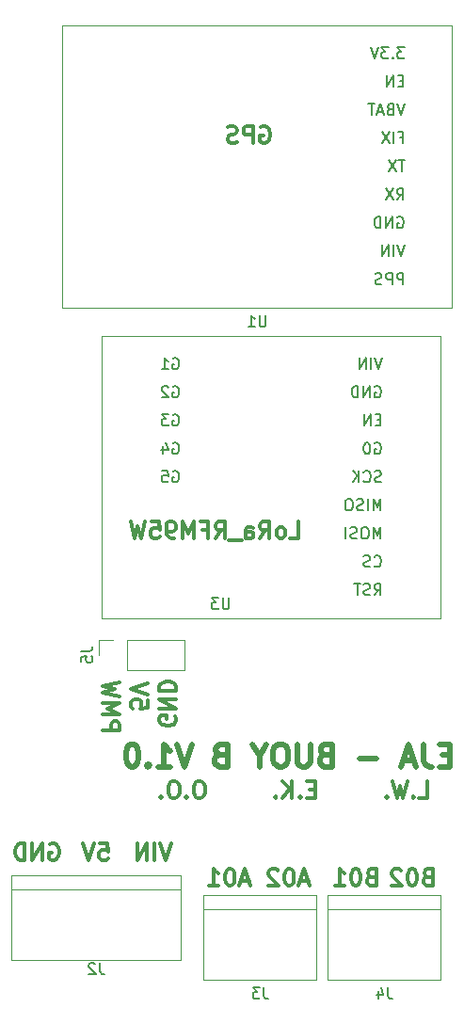
<source format=gbo>
G04 #@! TF.GenerationSoftware,KiCad,Pcbnew,5.1.6-c6e7f7d~87~ubuntu20.04.1*
G04 #@! TF.CreationDate,2020-08-06T14:23:34-04:00*
G04 #@! TF.ProjectId,Buoy_WithoutGSM,42756f79-5f57-4697-9468-6f757447534d,Leonardo Ward*
G04 #@! TF.SameCoordinates,Original*
G04 #@! TF.FileFunction,Legend,Bot*
G04 #@! TF.FilePolarity,Positive*
%FSLAX46Y46*%
G04 Gerber Fmt 4.6, Leading zero omitted, Abs format (unit mm)*
G04 Created by KiCad (PCBNEW 5.1.6-c6e7f7d~87~ubuntu20.04.1) date 2020-08-06 14:23:34*
%MOMM*%
%LPD*%
G01*
G04 APERTURE LIST*
%ADD10C,0.300000*%
%ADD11C,0.500000*%
%ADD12C,0.120000*%
%ADD13C,0.150000*%
G04 APERTURE END LIST*
D10*
X173302000Y-132250571D02*
X174016285Y-132250571D01*
X174016285Y-130750571D01*
X172802000Y-132107714D02*
X172730571Y-132179142D01*
X172802000Y-132250571D01*
X172873428Y-132179142D01*
X172802000Y-132107714D01*
X172802000Y-132250571D01*
X172230571Y-130750571D02*
X171873428Y-132250571D01*
X171587714Y-131179142D01*
X171302000Y-132250571D01*
X170944857Y-130750571D01*
X170373428Y-132107714D02*
X170302000Y-132179142D01*
X170373428Y-132250571D01*
X170444857Y-132179142D01*
X170373428Y-132107714D01*
X170373428Y-132250571D01*
X163944857Y-131464857D02*
X163444857Y-131464857D01*
X163230571Y-132250571D02*
X163944857Y-132250571D01*
X163944857Y-130750571D01*
X163230571Y-130750571D01*
X162587714Y-132107714D02*
X162516285Y-132179142D01*
X162587714Y-132250571D01*
X162659142Y-132179142D01*
X162587714Y-132107714D01*
X162587714Y-132250571D01*
X161873428Y-132250571D02*
X161873428Y-130750571D01*
X161016285Y-132250571D02*
X161659142Y-131393428D01*
X161016285Y-130750571D02*
X161873428Y-131607714D01*
X160373428Y-132107714D02*
X160302000Y-132179142D01*
X160373428Y-132250571D01*
X160444857Y-132179142D01*
X160373428Y-132107714D01*
X160373428Y-132250571D01*
X153659142Y-130750571D02*
X153373428Y-130750571D01*
X153230571Y-130822000D01*
X153087714Y-130964857D01*
X153016285Y-131250571D01*
X153016285Y-131750571D01*
X153087714Y-132036285D01*
X153230571Y-132179142D01*
X153373428Y-132250571D01*
X153659142Y-132250571D01*
X153802000Y-132179142D01*
X153944857Y-132036285D01*
X154016285Y-131750571D01*
X154016285Y-131250571D01*
X153944857Y-130964857D01*
X153802000Y-130822000D01*
X153659142Y-130750571D01*
X152373428Y-132107714D02*
X152302000Y-132179142D01*
X152373428Y-132250571D01*
X152444857Y-132179142D01*
X152373428Y-132107714D01*
X152373428Y-132250571D01*
X151373428Y-130750571D02*
X151087714Y-130750571D01*
X150944857Y-130822000D01*
X150802000Y-130964857D01*
X150730571Y-131250571D01*
X150730571Y-131750571D01*
X150802000Y-132036285D01*
X150944857Y-132179142D01*
X151087714Y-132250571D01*
X151373428Y-132250571D01*
X151516285Y-132179142D01*
X151659142Y-132036285D01*
X151730571Y-131750571D01*
X151730571Y-131250571D01*
X151659142Y-130964857D01*
X151516285Y-130822000D01*
X151373428Y-130750571D01*
X150087714Y-132107714D02*
X150016285Y-132179142D01*
X150087714Y-132250571D01*
X150159142Y-132179142D01*
X150087714Y-132107714D01*
X150087714Y-132250571D01*
D11*
X176067809Y-128381142D02*
X175401142Y-128381142D01*
X175115428Y-129428761D02*
X176067809Y-129428761D01*
X176067809Y-127428761D01*
X175115428Y-127428761D01*
X173686857Y-127428761D02*
X173686857Y-128857333D01*
X173782095Y-129143047D01*
X173972571Y-129333523D01*
X174258285Y-129428761D01*
X174448761Y-129428761D01*
X172829714Y-128857333D02*
X171877333Y-128857333D01*
X173020190Y-129428761D02*
X172353523Y-127428761D01*
X171686857Y-129428761D01*
X169496380Y-128666857D02*
X167972571Y-128666857D01*
X164829714Y-128381142D02*
X164544000Y-128476380D01*
X164448761Y-128571619D01*
X164353523Y-128762095D01*
X164353523Y-129047809D01*
X164448761Y-129238285D01*
X164544000Y-129333523D01*
X164734476Y-129428761D01*
X165496380Y-129428761D01*
X165496380Y-127428761D01*
X164829714Y-127428761D01*
X164639238Y-127524000D01*
X164544000Y-127619238D01*
X164448761Y-127809714D01*
X164448761Y-128000190D01*
X164544000Y-128190666D01*
X164639238Y-128285904D01*
X164829714Y-128381142D01*
X165496380Y-128381142D01*
X163496380Y-127428761D02*
X163496380Y-129047809D01*
X163401142Y-129238285D01*
X163305904Y-129333523D01*
X163115428Y-129428761D01*
X162734476Y-129428761D01*
X162544000Y-129333523D01*
X162448761Y-129238285D01*
X162353523Y-129047809D01*
X162353523Y-127428761D01*
X161020190Y-127428761D02*
X160639238Y-127428761D01*
X160448761Y-127524000D01*
X160258285Y-127714476D01*
X160163047Y-128095428D01*
X160163047Y-128762095D01*
X160258285Y-129143047D01*
X160448761Y-129333523D01*
X160639238Y-129428761D01*
X161020190Y-129428761D01*
X161210666Y-129333523D01*
X161401142Y-129143047D01*
X161496380Y-128762095D01*
X161496380Y-128095428D01*
X161401142Y-127714476D01*
X161210666Y-127524000D01*
X161020190Y-127428761D01*
X158924952Y-128476380D02*
X158924952Y-129428761D01*
X159591619Y-127428761D02*
X158924952Y-128476380D01*
X158258285Y-127428761D01*
X155401142Y-128381142D02*
X155115428Y-128476380D01*
X155020190Y-128571619D01*
X154924952Y-128762095D01*
X154924952Y-129047809D01*
X155020190Y-129238285D01*
X155115428Y-129333523D01*
X155305904Y-129428761D01*
X156067809Y-129428761D01*
X156067809Y-127428761D01*
X155401142Y-127428761D01*
X155210666Y-127524000D01*
X155115428Y-127619238D01*
X155020190Y-127809714D01*
X155020190Y-128000190D01*
X155115428Y-128190666D01*
X155210666Y-128285904D01*
X155401142Y-128381142D01*
X156067809Y-128381142D01*
X152829714Y-127428761D02*
X152163047Y-129428761D01*
X151496380Y-127428761D01*
X149782095Y-129428761D02*
X150924952Y-129428761D01*
X150353523Y-129428761D02*
X150353523Y-127428761D01*
X150544000Y-127714476D01*
X150734476Y-127904952D01*
X150924952Y-128000190D01*
X148924952Y-129238285D02*
X148829714Y-129333523D01*
X148924952Y-129428761D01*
X149020190Y-129333523D01*
X148924952Y-129238285D01*
X148924952Y-129428761D01*
X147591619Y-127428761D02*
X147401142Y-127428761D01*
X147210666Y-127524000D01*
X147115428Y-127619238D01*
X147020190Y-127809714D01*
X146924952Y-128190666D01*
X146924952Y-128666857D01*
X147020190Y-129047809D01*
X147115428Y-129238285D01*
X147210666Y-129333523D01*
X147401142Y-129428761D01*
X147591619Y-129428761D01*
X147782095Y-129333523D01*
X147877333Y-129238285D01*
X147972571Y-129047809D01*
X148067809Y-128666857D01*
X148067809Y-128190666D01*
X147972571Y-127809714D01*
X147877333Y-127619238D01*
X147782095Y-127524000D01*
X147591619Y-127428761D01*
D10*
X150994857Y-136338571D02*
X150494857Y-137838571D01*
X149994857Y-136338571D01*
X149494857Y-137838571D02*
X149494857Y-136338571D01*
X148780571Y-137838571D02*
X148780571Y-136338571D01*
X147923428Y-137838571D01*
X147923428Y-136338571D01*
X144557714Y-136338571D02*
X145272000Y-136338571D01*
X145343428Y-137052857D01*
X145272000Y-136981428D01*
X145129142Y-136910000D01*
X144772000Y-136910000D01*
X144629142Y-136981428D01*
X144557714Y-137052857D01*
X144486285Y-137195714D01*
X144486285Y-137552857D01*
X144557714Y-137695714D01*
X144629142Y-137767142D01*
X144772000Y-137838571D01*
X145129142Y-137838571D01*
X145272000Y-137767142D01*
X145343428Y-137695714D01*
X144057714Y-136338571D02*
X143557714Y-137838571D01*
X143057714Y-136338571D01*
X140080857Y-136410000D02*
X140223714Y-136338571D01*
X140438000Y-136338571D01*
X140652285Y-136410000D01*
X140795142Y-136552857D01*
X140866571Y-136695714D01*
X140938000Y-136981428D01*
X140938000Y-137195714D01*
X140866571Y-137481428D01*
X140795142Y-137624285D01*
X140652285Y-137767142D01*
X140438000Y-137838571D01*
X140295142Y-137838571D01*
X140080857Y-137767142D01*
X140009428Y-137695714D01*
X140009428Y-137195714D01*
X140295142Y-137195714D01*
X139366571Y-137838571D02*
X139366571Y-136338571D01*
X138509428Y-137838571D01*
X138509428Y-136338571D01*
X137795142Y-137838571D02*
X137795142Y-136338571D01*
X137438000Y-136338571D01*
X137223714Y-136410000D01*
X137080857Y-136552857D01*
X137009428Y-136695714D01*
X136938000Y-136981428D01*
X136938000Y-137195714D01*
X137009428Y-137481428D01*
X137080857Y-137624285D01*
X137223714Y-137767142D01*
X137438000Y-137838571D01*
X137795142Y-137838571D01*
X174041428Y-139338857D02*
X173827142Y-139410285D01*
X173755714Y-139481714D01*
X173684285Y-139624571D01*
X173684285Y-139838857D01*
X173755714Y-139981714D01*
X173827142Y-140053142D01*
X173970000Y-140124571D01*
X174541428Y-140124571D01*
X174541428Y-138624571D01*
X174041428Y-138624571D01*
X173898571Y-138696000D01*
X173827142Y-138767428D01*
X173755714Y-138910285D01*
X173755714Y-139053142D01*
X173827142Y-139196000D01*
X173898571Y-139267428D01*
X174041428Y-139338857D01*
X174541428Y-139338857D01*
X172755714Y-138624571D02*
X172612857Y-138624571D01*
X172470000Y-138696000D01*
X172398571Y-138767428D01*
X172327142Y-138910285D01*
X172255714Y-139196000D01*
X172255714Y-139553142D01*
X172327142Y-139838857D01*
X172398571Y-139981714D01*
X172470000Y-140053142D01*
X172612857Y-140124571D01*
X172755714Y-140124571D01*
X172898571Y-140053142D01*
X172970000Y-139981714D01*
X173041428Y-139838857D01*
X173112857Y-139553142D01*
X173112857Y-139196000D01*
X173041428Y-138910285D01*
X172970000Y-138767428D01*
X172898571Y-138696000D01*
X172755714Y-138624571D01*
X171684285Y-138767428D02*
X171612857Y-138696000D01*
X171470000Y-138624571D01*
X171112857Y-138624571D01*
X170970000Y-138696000D01*
X170898571Y-138767428D01*
X170827142Y-138910285D01*
X170827142Y-139053142D01*
X170898571Y-139267428D01*
X171755714Y-140124571D01*
X170827142Y-140124571D01*
X168961428Y-139338857D02*
X168747142Y-139410285D01*
X168675714Y-139481714D01*
X168604285Y-139624571D01*
X168604285Y-139838857D01*
X168675714Y-139981714D01*
X168747142Y-140053142D01*
X168890000Y-140124571D01*
X169461428Y-140124571D01*
X169461428Y-138624571D01*
X168961428Y-138624571D01*
X168818571Y-138696000D01*
X168747142Y-138767428D01*
X168675714Y-138910285D01*
X168675714Y-139053142D01*
X168747142Y-139196000D01*
X168818571Y-139267428D01*
X168961428Y-139338857D01*
X169461428Y-139338857D01*
X167675714Y-138624571D02*
X167532857Y-138624571D01*
X167390000Y-138696000D01*
X167318571Y-138767428D01*
X167247142Y-138910285D01*
X167175714Y-139196000D01*
X167175714Y-139553142D01*
X167247142Y-139838857D01*
X167318571Y-139981714D01*
X167390000Y-140053142D01*
X167532857Y-140124571D01*
X167675714Y-140124571D01*
X167818571Y-140053142D01*
X167890000Y-139981714D01*
X167961428Y-139838857D01*
X168032857Y-139553142D01*
X168032857Y-139196000D01*
X167961428Y-138910285D01*
X167890000Y-138767428D01*
X167818571Y-138696000D01*
X167675714Y-138624571D01*
X165747142Y-140124571D02*
X166604285Y-140124571D01*
X166175714Y-140124571D02*
X166175714Y-138624571D01*
X166318571Y-138838857D01*
X166461428Y-138981714D01*
X166604285Y-139053142D01*
X163329714Y-139696000D02*
X162615428Y-139696000D01*
X163472571Y-140124571D02*
X162972571Y-138624571D01*
X162472571Y-140124571D01*
X161686857Y-138624571D02*
X161544000Y-138624571D01*
X161401142Y-138696000D01*
X161329714Y-138767428D01*
X161258285Y-138910285D01*
X161186857Y-139196000D01*
X161186857Y-139553142D01*
X161258285Y-139838857D01*
X161329714Y-139981714D01*
X161401142Y-140053142D01*
X161544000Y-140124571D01*
X161686857Y-140124571D01*
X161829714Y-140053142D01*
X161901142Y-139981714D01*
X161972571Y-139838857D01*
X162044000Y-139553142D01*
X162044000Y-139196000D01*
X161972571Y-138910285D01*
X161901142Y-138767428D01*
X161829714Y-138696000D01*
X161686857Y-138624571D01*
X160615428Y-138767428D02*
X160544000Y-138696000D01*
X160401142Y-138624571D01*
X160044000Y-138624571D01*
X159901142Y-138696000D01*
X159829714Y-138767428D01*
X159758285Y-138910285D01*
X159758285Y-139053142D01*
X159829714Y-139267428D01*
X160686857Y-140124571D01*
X159758285Y-140124571D01*
X157995714Y-139696000D02*
X157281428Y-139696000D01*
X158138571Y-140124571D02*
X157638571Y-138624571D01*
X157138571Y-140124571D01*
X156352857Y-138624571D02*
X156210000Y-138624571D01*
X156067142Y-138696000D01*
X155995714Y-138767428D01*
X155924285Y-138910285D01*
X155852857Y-139196000D01*
X155852857Y-139553142D01*
X155924285Y-139838857D01*
X155995714Y-139981714D01*
X156067142Y-140053142D01*
X156210000Y-140124571D01*
X156352857Y-140124571D01*
X156495714Y-140053142D01*
X156567142Y-139981714D01*
X156638571Y-139838857D01*
X156710000Y-139553142D01*
X156710000Y-139196000D01*
X156638571Y-138910285D01*
X156567142Y-138767428D01*
X156495714Y-138696000D01*
X156352857Y-138624571D01*
X154424285Y-140124571D02*
X155281428Y-140124571D01*
X154852857Y-140124571D02*
X154852857Y-138624571D01*
X154995714Y-138838857D01*
X155138571Y-138981714D01*
X155281428Y-139053142D01*
X151372000Y-124900142D02*
X151443428Y-125043000D01*
X151443428Y-125257285D01*
X151372000Y-125471571D01*
X151229142Y-125614428D01*
X151086285Y-125685857D01*
X150800571Y-125757285D01*
X150586285Y-125757285D01*
X150300571Y-125685857D01*
X150157714Y-125614428D01*
X150014857Y-125471571D01*
X149943428Y-125257285D01*
X149943428Y-125114428D01*
X150014857Y-124900142D01*
X150086285Y-124828714D01*
X150586285Y-124828714D01*
X150586285Y-125114428D01*
X149943428Y-124185857D02*
X151443428Y-124185857D01*
X149943428Y-123328714D01*
X151443428Y-123328714D01*
X149943428Y-122614428D02*
X151443428Y-122614428D01*
X151443428Y-122257285D01*
X151372000Y-122043000D01*
X151229142Y-121900142D01*
X151086285Y-121828714D01*
X150800571Y-121757285D01*
X150586285Y-121757285D01*
X150300571Y-121828714D01*
X150157714Y-121900142D01*
X150014857Y-122043000D01*
X149943428Y-122257285D01*
X149943428Y-122614428D01*
X148903428Y-123447571D02*
X148903428Y-124161857D01*
X148189142Y-124233285D01*
X148260571Y-124161857D01*
X148332000Y-124019000D01*
X148332000Y-123661857D01*
X148260571Y-123519000D01*
X148189142Y-123447571D01*
X148046285Y-123376142D01*
X147689142Y-123376142D01*
X147546285Y-123447571D01*
X147474857Y-123519000D01*
X147403428Y-123661857D01*
X147403428Y-124019000D01*
X147474857Y-124161857D01*
X147546285Y-124233285D01*
X148903428Y-122947571D02*
X147403428Y-122447571D01*
X148903428Y-121947571D01*
X144863428Y-126193857D02*
X146363428Y-126193857D01*
X146363428Y-125622428D01*
X146292000Y-125479571D01*
X146220571Y-125408142D01*
X146077714Y-125336714D01*
X145863428Y-125336714D01*
X145720571Y-125408142D01*
X145649142Y-125479571D01*
X145577714Y-125622428D01*
X145577714Y-126193857D01*
X144863428Y-124693857D02*
X146363428Y-124693857D01*
X145292000Y-124193857D01*
X146363428Y-123693857D01*
X144863428Y-123693857D01*
X146363428Y-123122428D02*
X144863428Y-122765285D01*
X145934857Y-122479571D01*
X144863428Y-122193857D01*
X146363428Y-121836714D01*
X159059428Y-71894000D02*
X159202285Y-71822571D01*
X159416571Y-71822571D01*
X159630857Y-71894000D01*
X159773714Y-72036857D01*
X159845142Y-72179714D01*
X159916571Y-72465428D01*
X159916571Y-72679714D01*
X159845142Y-72965428D01*
X159773714Y-73108285D01*
X159630857Y-73251142D01*
X159416571Y-73322571D01*
X159273714Y-73322571D01*
X159059428Y-73251142D01*
X158988000Y-73179714D01*
X158988000Y-72679714D01*
X159273714Y-72679714D01*
X158345142Y-73322571D02*
X158345142Y-71822571D01*
X157773714Y-71822571D01*
X157630857Y-71894000D01*
X157559428Y-71965428D01*
X157488000Y-72108285D01*
X157488000Y-72322571D01*
X157559428Y-72465428D01*
X157630857Y-72536857D01*
X157773714Y-72608285D01*
X158345142Y-72608285D01*
X156916571Y-73251142D02*
X156702285Y-73322571D01*
X156345142Y-73322571D01*
X156202285Y-73251142D01*
X156130857Y-73179714D01*
X156059428Y-73036857D01*
X156059428Y-72894000D01*
X156130857Y-72751142D01*
X156202285Y-72679714D01*
X156345142Y-72608285D01*
X156630857Y-72536857D01*
X156773714Y-72465428D01*
X156845142Y-72394000D01*
X156916571Y-72251142D01*
X156916571Y-72108285D01*
X156845142Y-71965428D01*
X156773714Y-71894000D01*
X156630857Y-71822571D01*
X156273714Y-71822571D01*
X156059428Y-71894000D01*
X161690000Y-108882571D02*
X162404285Y-108882571D01*
X162404285Y-107382571D01*
X160975714Y-108882571D02*
X161118571Y-108811142D01*
X161190000Y-108739714D01*
X161261428Y-108596857D01*
X161261428Y-108168285D01*
X161190000Y-108025428D01*
X161118571Y-107954000D01*
X160975714Y-107882571D01*
X160761428Y-107882571D01*
X160618571Y-107954000D01*
X160547142Y-108025428D01*
X160475714Y-108168285D01*
X160475714Y-108596857D01*
X160547142Y-108739714D01*
X160618571Y-108811142D01*
X160761428Y-108882571D01*
X160975714Y-108882571D01*
X158975714Y-108882571D02*
X159475714Y-108168285D01*
X159832857Y-108882571D02*
X159832857Y-107382571D01*
X159261428Y-107382571D01*
X159118571Y-107454000D01*
X159047142Y-107525428D01*
X158975714Y-107668285D01*
X158975714Y-107882571D01*
X159047142Y-108025428D01*
X159118571Y-108096857D01*
X159261428Y-108168285D01*
X159832857Y-108168285D01*
X157690000Y-108882571D02*
X157690000Y-108096857D01*
X157761428Y-107954000D01*
X157904285Y-107882571D01*
X158190000Y-107882571D01*
X158332857Y-107954000D01*
X157690000Y-108811142D02*
X157832857Y-108882571D01*
X158190000Y-108882571D01*
X158332857Y-108811142D01*
X158404285Y-108668285D01*
X158404285Y-108525428D01*
X158332857Y-108382571D01*
X158190000Y-108311142D01*
X157832857Y-108311142D01*
X157690000Y-108239714D01*
X157332857Y-109025428D02*
X156190000Y-109025428D01*
X154975714Y-108882571D02*
X155475714Y-108168285D01*
X155832857Y-108882571D02*
X155832857Y-107382571D01*
X155261428Y-107382571D01*
X155118571Y-107454000D01*
X155047142Y-107525428D01*
X154975714Y-107668285D01*
X154975714Y-107882571D01*
X155047142Y-108025428D01*
X155118571Y-108096857D01*
X155261428Y-108168285D01*
X155832857Y-108168285D01*
X153832857Y-108096857D02*
X154332857Y-108096857D01*
X154332857Y-108882571D02*
X154332857Y-107382571D01*
X153618571Y-107382571D01*
X153047142Y-108882571D02*
X153047142Y-107382571D01*
X152547142Y-108454000D01*
X152047142Y-107382571D01*
X152047142Y-108882571D01*
X151261428Y-108882571D02*
X150975714Y-108882571D01*
X150832857Y-108811142D01*
X150761428Y-108739714D01*
X150618571Y-108525428D01*
X150547142Y-108239714D01*
X150547142Y-107668285D01*
X150618571Y-107525428D01*
X150690000Y-107454000D01*
X150832857Y-107382571D01*
X151118571Y-107382571D01*
X151261428Y-107454000D01*
X151332857Y-107525428D01*
X151404285Y-107668285D01*
X151404285Y-108025428D01*
X151332857Y-108168285D01*
X151261428Y-108239714D01*
X151118571Y-108311142D01*
X150832857Y-108311142D01*
X150690000Y-108239714D01*
X150618571Y-108168285D01*
X150547142Y-108025428D01*
X149190000Y-107382571D02*
X149904285Y-107382571D01*
X149975714Y-108096857D01*
X149904285Y-108025428D01*
X149761428Y-107954000D01*
X149404285Y-107954000D01*
X149261428Y-108025428D01*
X149190000Y-108096857D01*
X149118571Y-108239714D01*
X149118571Y-108596857D01*
X149190000Y-108739714D01*
X149261428Y-108811142D01*
X149404285Y-108882571D01*
X149761428Y-108882571D01*
X149904285Y-108811142D01*
X149975714Y-108739714D01*
X148618571Y-107382571D02*
X148261428Y-108882571D01*
X147975714Y-107811142D01*
X147690000Y-108882571D01*
X147332857Y-107382571D01*
D12*
X176276000Y-62738000D02*
X141224000Y-62738000D01*
X176276000Y-88138000D02*
X176276000Y-62738000D01*
X141224000Y-88138000D02*
X176276000Y-88138000D01*
X141224000Y-62738000D02*
X141224000Y-88138000D01*
X175260000Y-90678000D02*
X175260000Y-116078000D01*
X175260000Y-116078000D02*
X144780000Y-116078000D01*
X144780000Y-116078000D02*
X144780000Y-90678000D01*
X144780000Y-90678000D02*
X175260000Y-90678000D01*
X136652000Y-139192000D02*
X151892000Y-139192000D01*
X136652000Y-146812000D02*
X151892000Y-146812000D01*
X136652000Y-140462000D02*
X151892000Y-140462000D01*
X151892000Y-139192000D02*
X151892000Y-146812000D01*
X136652000Y-139192000D02*
X136652000Y-146812000D01*
X153924000Y-140970000D02*
X164084000Y-140970000D01*
X153924000Y-148590000D02*
X153924000Y-140970000D01*
X164084000Y-148590000D02*
X153924000Y-148590000D01*
X164084000Y-140970000D02*
X164084000Y-148590000D01*
X164084000Y-142240000D02*
X153924000Y-142240000D01*
X165100000Y-140970000D02*
X175260000Y-140970000D01*
X165100000Y-148590000D02*
X165100000Y-140970000D01*
X175260000Y-148590000D02*
X165100000Y-148590000D01*
X175260000Y-140970000D02*
X175260000Y-148590000D01*
X175260000Y-142240000D02*
X165100000Y-142240000D01*
X144466000Y-118050000D02*
X144466000Y-119380000D01*
X145796000Y-118050000D02*
X144466000Y-118050000D01*
X147066000Y-118050000D02*
X147066000Y-120710000D01*
X147066000Y-120710000D02*
X152206000Y-120710000D01*
X147066000Y-118050000D02*
X152206000Y-118050000D01*
X152206000Y-118050000D02*
X152206000Y-120710000D01*
D13*
X159511904Y-88860380D02*
X159511904Y-89669904D01*
X159464285Y-89765142D01*
X159416666Y-89812761D01*
X159321428Y-89860380D01*
X159130952Y-89860380D01*
X159035714Y-89812761D01*
X158988095Y-89765142D01*
X158940476Y-89669904D01*
X158940476Y-88860380D01*
X157940476Y-89860380D02*
X158511904Y-89860380D01*
X158226190Y-89860380D02*
X158226190Y-88860380D01*
X158321428Y-89003238D01*
X158416666Y-89098476D01*
X158511904Y-89146095D01*
X171876404Y-86050380D02*
X171876404Y-85050380D01*
X171495452Y-85050380D01*
X171400214Y-85098000D01*
X171352595Y-85145619D01*
X171304976Y-85240857D01*
X171304976Y-85383714D01*
X171352595Y-85478952D01*
X171400214Y-85526571D01*
X171495452Y-85574190D01*
X171876404Y-85574190D01*
X170876404Y-86050380D02*
X170876404Y-85050380D01*
X170495452Y-85050380D01*
X170400214Y-85098000D01*
X170352595Y-85145619D01*
X170304976Y-85240857D01*
X170304976Y-85383714D01*
X170352595Y-85478952D01*
X170400214Y-85526571D01*
X170495452Y-85574190D01*
X170876404Y-85574190D01*
X169924023Y-86002761D02*
X169781166Y-86050380D01*
X169543071Y-86050380D01*
X169447833Y-86002761D01*
X169400214Y-85955142D01*
X169352595Y-85859904D01*
X169352595Y-85764666D01*
X169400214Y-85669428D01*
X169447833Y-85621809D01*
X169543071Y-85574190D01*
X169733547Y-85526571D01*
X169828785Y-85478952D01*
X169876404Y-85431333D01*
X169924023Y-85336095D01*
X169924023Y-85240857D01*
X169876404Y-85145619D01*
X169828785Y-85098000D01*
X169733547Y-85050380D01*
X169495452Y-85050380D01*
X169352595Y-85098000D01*
X172019261Y-82510380D02*
X171685928Y-83510380D01*
X171352595Y-82510380D01*
X171019261Y-83510380D02*
X171019261Y-82510380D01*
X170543071Y-83510380D02*
X170543071Y-82510380D01*
X169971642Y-83510380D01*
X169971642Y-82510380D01*
X171352595Y-80018000D02*
X171447833Y-79970380D01*
X171590690Y-79970380D01*
X171733547Y-80018000D01*
X171828785Y-80113238D01*
X171876404Y-80208476D01*
X171924023Y-80398952D01*
X171924023Y-80541809D01*
X171876404Y-80732285D01*
X171828785Y-80827523D01*
X171733547Y-80922761D01*
X171590690Y-80970380D01*
X171495452Y-80970380D01*
X171352595Y-80922761D01*
X171304976Y-80875142D01*
X171304976Y-80541809D01*
X171495452Y-80541809D01*
X170876404Y-80970380D02*
X170876404Y-79970380D01*
X170304976Y-80970380D01*
X170304976Y-79970380D01*
X169828785Y-80970380D02*
X169828785Y-79970380D01*
X169590690Y-79970380D01*
X169447833Y-80018000D01*
X169352595Y-80113238D01*
X169304976Y-80208476D01*
X169257357Y-80398952D01*
X169257357Y-80541809D01*
X169304976Y-80732285D01*
X169352595Y-80827523D01*
X169447833Y-80922761D01*
X169590690Y-80970380D01*
X169828785Y-80970380D01*
X171304976Y-78430380D02*
X171638309Y-77954190D01*
X171876404Y-78430380D02*
X171876404Y-77430380D01*
X171495452Y-77430380D01*
X171400214Y-77478000D01*
X171352595Y-77525619D01*
X171304976Y-77620857D01*
X171304976Y-77763714D01*
X171352595Y-77858952D01*
X171400214Y-77906571D01*
X171495452Y-77954190D01*
X171876404Y-77954190D01*
X170971642Y-77430380D02*
X170304976Y-78430380D01*
X170304976Y-77430380D02*
X170971642Y-78430380D01*
X172019261Y-74890380D02*
X171447833Y-74890380D01*
X171733547Y-75890380D02*
X171733547Y-74890380D01*
X171209738Y-74890380D02*
X170543071Y-75890380D01*
X170543071Y-74890380D02*
X171209738Y-75890380D01*
X171543071Y-72826571D02*
X171876404Y-72826571D01*
X171876404Y-73350380D02*
X171876404Y-72350380D01*
X171400214Y-72350380D01*
X171019261Y-73350380D02*
X171019261Y-72350380D01*
X170638309Y-72350380D02*
X169971642Y-73350380D01*
X169971642Y-72350380D02*
X170638309Y-73350380D01*
X172019261Y-69810380D02*
X171685928Y-70810380D01*
X171352595Y-69810380D01*
X170685928Y-70286571D02*
X170543071Y-70334190D01*
X170495452Y-70381809D01*
X170447833Y-70477047D01*
X170447833Y-70619904D01*
X170495452Y-70715142D01*
X170543071Y-70762761D01*
X170638309Y-70810380D01*
X171019261Y-70810380D01*
X171019261Y-69810380D01*
X170685928Y-69810380D01*
X170590690Y-69858000D01*
X170543071Y-69905619D01*
X170495452Y-70000857D01*
X170495452Y-70096095D01*
X170543071Y-70191333D01*
X170590690Y-70238952D01*
X170685928Y-70286571D01*
X171019261Y-70286571D01*
X170066880Y-70524666D02*
X169590690Y-70524666D01*
X170162119Y-70810380D02*
X169828785Y-69810380D01*
X169495452Y-70810380D01*
X169304976Y-69810380D02*
X168733547Y-69810380D01*
X169019261Y-70810380D02*
X169019261Y-69810380D01*
X171876404Y-67746571D02*
X171543071Y-67746571D01*
X171400214Y-68270380D02*
X171876404Y-68270380D01*
X171876404Y-67270380D01*
X171400214Y-67270380D01*
X170971642Y-68270380D02*
X170971642Y-67270380D01*
X170400214Y-68270380D01*
X170400214Y-67270380D01*
X171971642Y-64730380D02*
X171352595Y-64730380D01*
X171685928Y-65111333D01*
X171543071Y-65111333D01*
X171447833Y-65158952D01*
X171400214Y-65206571D01*
X171352595Y-65301809D01*
X171352595Y-65539904D01*
X171400214Y-65635142D01*
X171447833Y-65682761D01*
X171543071Y-65730380D01*
X171828785Y-65730380D01*
X171924023Y-65682761D01*
X171971642Y-65635142D01*
X170924023Y-65635142D02*
X170876404Y-65682761D01*
X170924023Y-65730380D01*
X170971642Y-65682761D01*
X170924023Y-65635142D01*
X170924023Y-65730380D01*
X170543071Y-64730380D02*
X169924023Y-64730380D01*
X170257357Y-65111333D01*
X170114500Y-65111333D01*
X170019261Y-65158952D01*
X169971642Y-65206571D01*
X169924023Y-65301809D01*
X169924023Y-65539904D01*
X169971642Y-65635142D01*
X170019261Y-65682761D01*
X170114500Y-65730380D01*
X170400214Y-65730380D01*
X170495452Y-65682761D01*
X170543071Y-65635142D01*
X169638309Y-64730380D02*
X169304976Y-65730380D01*
X168971642Y-64730380D01*
X156209904Y-114260380D02*
X156209904Y-115069904D01*
X156162285Y-115165142D01*
X156114666Y-115212761D01*
X156019428Y-115260380D01*
X155828952Y-115260380D01*
X155733714Y-115212761D01*
X155686095Y-115165142D01*
X155638476Y-115069904D01*
X155638476Y-114260380D01*
X155257523Y-114260380D02*
X154638476Y-114260380D01*
X154971809Y-114641333D01*
X154828952Y-114641333D01*
X154733714Y-114688952D01*
X154686095Y-114736571D01*
X154638476Y-114831809D01*
X154638476Y-115069904D01*
X154686095Y-115165142D01*
X154733714Y-115212761D01*
X154828952Y-115260380D01*
X155114666Y-115260380D01*
X155209904Y-115212761D01*
X155257523Y-115165142D01*
X169987261Y-92670380D02*
X169653928Y-93670380D01*
X169320595Y-92670380D01*
X168987261Y-93670380D02*
X168987261Y-92670380D01*
X168511071Y-93670380D02*
X168511071Y-92670380D01*
X167939642Y-93670380D01*
X167939642Y-92670380D01*
X169320595Y-95258000D02*
X169415833Y-95210380D01*
X169558690Y-95210380D01*
X169701547Y-95258000D01*
X169796785Y-95353238D01*
X169844404Y-95448476D01*
X169892023Y-95638952D01*
X169892023Y-95781809D01*
X169844404Y-95972285D01*
X169796785Y-96067523D01*
X169701547Y-96162761D01*
X169558690Y-96210380D01*
X169463452Y-96210380D01*
X169320595Y-96162761D01*
X169272976Y-96115142D01*
X169272976Y-95781809D01*
X169463452Y-95781809D01*
X168844404Y-96210380D02*
X168844404Y-95210380D01*
X168272976Y-96210380D01*
X168272976Y-95210380D01*
X167796785Y-96210380D02*
X167796785Y-95210380D01*
X167558690Y-95210380D01*
X167415833Y-95258000D01*
X167320595Y-95353238D01*
X167272976Y-95448476D01*
X167225357Y-95638952D01*
X167225357Y-95781809D01*
X167272976Y-95972285D01*
X167320595Y-96067523D01*
X167415833Y-96162761D01*
X167558690Y-96210380D01*
X167796785Y-96210380D01*
X169844404Y-98226571D02*
X169511071Y-98226571D01*
X169368214Y-98750380D02*
X169844404Y-98750380D01*
X169844404Y-97750380D01*
X169368214Y-97750380D01*
X168939642Y-98750380D02*
X168939642Y-97750380D01*
X168368214Y-98750380D01*
X168368214Y-97750380D01*
X169320595Y-100338000D02*
X169415833Y-100290380D01*
X169558690Y-100290380D01*
X169701547Y-100338000D01*
X169796785Y-100433238D01*
X169844404Y-100528476D01*
X169892023Y-100718952D01*
X169892023Y-100861809D01*
X169844404Y-101052285D01*
X169796785Y-101147523D01*
X169701547Y-101242761D01*
X169558690Y-101290380D01*
X169463452Y-101290380D01*
X169320595Y-101242761D01*
X169272976Y-101195142D01*
X169272976Y-100861809D01*
X169463452Y-100861809D01*
X168653928Y-100290380D02*
X168558690Y-100290380D01*
X168463452Y-100338000D01*
X168415833Y-100385619D01*
X168368214Y-100480857D01*
X168320595Y-100671333D01*
X168320595Y-100909428D01*
X168368214Y-101099904D01*
X168415833Y-101195142D01*
X168463452Y-101242761D01*
X168558690Y-101290380D01*
X168653928Y-101290380D01*
X168749166Y-101242761D01*
X168796785Y-101195142D01*
X168844404Y-101099904D01*
X168892023Y-100909428D01*
X168892023Y-100671333D01*
X168844404Y-100480857D01*
X168796785Y-100385619D01*
X168749166Y-100338000D01*
X168653928Y-100290380D01*
X169892023Y-103782761D02*
X169749166Y-103830380D01*
X169511071Y-103830380D01*
X169415833Y-103782761D01*
X169368214Y-103735142D01*
X169320595Y-103639904D01*
X169320595Y-103544666D01*
X169368214Y-103449428D01*
X169415833Y-103401809D01*
X169511071Y-103354190D01*
X169701547Y-103306571D01*
X169796785Y-103258952D01*
X169844404Y-103211333D01*
X169892023Y-103116095D01*
X169892023Y-103020857D01*
X169844404Y-102925619D01*
X169796785Y-102878000D01*
X169701547Y-102830380D01*
X169463452Y-102830380D01*
X169320595Y-102878000D01*
X168320595Y-103735142D02*
X168368214Y-103782761D01*
X168511071Y-103830380D01*
X168606309Y-103830380D01*
X168749166Y-103782761D01*
X168844404Y-103687523D01*
X168892023Y-103592285D01*
X168939642Y-103401809D01*
X168939642Y-103258952D01*
X168892023Y-103068476D01*
X168844404Y-102973238D01*
X168749166Y-102878000D01*
X168606309Y-102830380D01*
X168511071Y-102830380D01*
X168368214Y-102878000D01*
X168320595Y-102925619D01*
X167892023Y-103830380D02*
X167892023Y-102830380D01*
X167320595Y-103830380D02*
X167749166Y-103258952D01*
X167320595Y-102830380D02*
X167892023Y-103401809D01*
X169844404Y-106370380D02*
X169844404Y-105370380D01*
X169511071Y-106084666D01*
X169177738Y-105370380D01*
X169177738Y-106370380D01*
X168701547Y-106370380D02*
X168701547Y-105370380D01*
X168272976Y-106322761D02*
X168130119Y-106370380D01*
X167892023Y-106370380D01*
X167796785Y-106322761D01*
X167749166Y-106275142D01*
X167701547Y-106179904D01*
X167701547Y-106084666D01*
X167749166Y-105989428D01*
X167796785Y-105941809D01*
X167892023Y-105894190D01*
X168082500Y-105846571D01*
X168177738Y-105798952D01*
X168225357Y-105751333D01*
X168272976Y-105656095D01*
X168272976Y-105560857D01*
X168225357Y-105465619D01*
X168177738Y-105418000D01*
X168082500Y-105370380D01*
X167844404Y-105370380D01*
X167701547Y-105418000D01*
X167082500Y-105370380D02*
X166892023Y-105370380D01*
X166796785Y-105418000D01*
X166701547Y-105513238D01*
X166653928Y-105703714D01*
X166653928Y-106037047D01*
X166701547Y-106227523D01*
X166796785Y-106322761D01*
X166892023Y-106370380D01*
X167082500Y-106370380D01*
X167177738Y-106322761D01*
X167272976Y-106227523D01*
X167320595Y-106037047D01*
X167320595Y-105703714D01*
X167272976Y-105513238D01*
X167177738Y-105418000D01*
X167082500Y-105370380D01*
X169844404Y-108910380D02*
X169844404Y-107910380D01*
X169511071Y-108624666D01*
X169177738Y-107910380D01*
X169177738Y-108910380D01*
X168511071Y-107910380D02*
X168320595Y-107910380D01*
X168225357Y-107958000D01*
X168130119Y-108053238D01*
X168082500Y-108243714D01*
X168082500Y-108577047D01*
X168130119Y-108767523D01*
X168225357Y-108862761D01*
X168320595Y-108910380D01*
X168511071Y-108910380D01*
X168606309Y-108862761D01*
X168701547Y-108767523D01*
X168749166Y-108577047D01*
X168749166Y-108243714D01*
X168701547Y-108053238D01*
X168606309Y-107958000D01*
X168511071Y-107910380D01*
X167701547Y-108862761D02*
X167558690Y-108910380D01*
X167320595Y-108910380D01*
X167225357Y-108862761D01*
X167177738Y-108815142D01*
X167130119Y-108719904D01*
X167130119Y-108624666D01*
X167177738Y-108529428D01*
X167225357Y-108481809D01*
X167320595Y-108434190D01*
X167511071Y-108386571D01*
X167606309Y-108338952D01*
X167653928Y-108291333D01*
X167701547Y-108196095D01*
X167701547Y-108100857D01*
X167653928Y-108005619D01*
X167606309Y-107958000D01*
X167511071Y-107910380D01*
X167272976Y-107910380D01*
X167130119Y-107958000D01*
X166701547Y-108910380D02*
X166701547Y-107910380D01*
X169272976Y-111355142D02*
X169320595Y-111402761D01*
X169463452Y-111450380D01*
X169558690Y-111450380D01*
X169701547Y-111402761D01*
X169796785Y-111307523D01*
X169844404Y-111212285D01*
X169892023Y-111021809D01*
X169892023Y-110878952D01*
X169844404Y-110688476D01*
X169796785Y-110593238D01*
X169701547Y-110498000D01*
X169558690Y-110450380D01*
X169463452Y-110450380D01*
X169320595Y-110498000D01*
X169272976Y-110545619D01*
X168892023Y-111402761D02*
X168749166Y-111450380D01*
X168511071Y-111450380D01*
X168415833Y-111402761D01*
X168368214Y-111355142D01*
X168320595Y-111259904D01*
X168320595Y-111164666D01*
X168368214Y-111069428D01*
X168415833Y-111021809D01*
X168511071Y-110974190D01*
X168701547Y-110926571D01*
X168796785Y-110878952D01*
X168844404Y-110831333D01*
X168892023Y-110736095D01*
X168892023Y-110640857D01*
X168844404Y-110545619D01*
X168796785Y-110498000D01*
X168701547Y-110450380D01*
X168463452Y-110450380D01*
X168320595Y-110498000D01*
X169272976Y-113990380D02*
X169606309Y-113514190D01*
X169844404Y-113990380D02*
X169844404Y-112990380D01*
X169463452Y-112990380D01*
X169368214Y-113038000D01*
X169320595Y-113085619D01*
X169272976Y-113180857D01*
X169272976Y-113323714D01*
X169320595Y-113418952D01*
X169368214Y-113466571D01*
X169463452Y-113514190D01*
X169844404Y-113514190D01*
X168892023Y-113942761D02*
X168749166Y-113990380D01*
X168511071Y-113990380D01*
X168415833Y-113942761D01*
X168368214Y-113895142D01*
X168320595Y-113799904D01*
X168320595Y-113704666D01*
X168368214Y-113609428D01*
X168415833Y-113561809D01*
X168511071Y-113514190D01*
X168701547Y-113466571D01*
X168796785Y-113418952D01*
X168844404Y-113371333D01*
X168892023Y-113276095D01*
X168892023Y-113180857D01*
X168844404Y-113085619D01*
X168796785Y-113038000D01*
X168701547Y-112990380D01*
X168463452Y-112990380D01*
X168320595Y-113038000D01*
X168034880Y-112990380D02*
X167463452Y-112990380D01*
X167749166Y-113990380D02*
X167749166Y-112990380D01*
X151147976Y-92718000D02*
X151243214Y-92670380D01*
X151386071Y-92670380D01*
X151528928Y-92718000D01*
X151624166Y-92813238D01*
X151671785Y-92908476D01*
X151719404Y-93098952D01*
X151719404Y-93241809D01*
X151671785Y-93432285D01*
X151624166Y-93527523D01*
X151528928Y-93622761D01*
X151386071Y-93670380D01*
X151290833Y-93670380D01*
X151147976Y-93622761D01*
X151100357Y-93575142D01*
X151100357Y-93241809D01*
X151290833Y-93241809D01*
X150147976Y-93670380D02*
X150719404Y-93670380D01*
X150433690Y-93670380D02*
X150433690Y-92670380D01*
X150528928Y-92813238D01*
X150624166Y-92908476D01*
X150719404Y-92956095D01*
X151147976Y-95258000D02*
X151243214Y-95210380D01*
X151386071Y-95210380D01*
X151528928Y-95258000D01*
X151624166Y-95353238D01*
X151671785Y-95448476D01*
X151719404Y-95638952D01*
X151719404Y-95781809D01*
X151671785Y-95972285D01*
X151624166Y-96067523D01*
X151528928Y-96162761D01*
X151386071Y-96210380D01*
X151290833Y-96210380D01*
X151147976Y-96162761D01*
X151100357Y-96115142D01*
X151100357Y-95781809D01*
X151290833Y-95781809D01*
X150719404Y-95305619D02*
X150671785Y-95258000D01*
X150576547Y-95210380D01*
X150338452Y-95210380D01*
X150243214Y-95258000D01*
X150195595Y-95305619D01*
X150147976Y-95400857D01*
X150147976Y-95496095D01*
X150195595Y-95638952D01*
X150767023Y-96210380D01*
X150147976Y-96210380D01*
X151147976Y-97798000D02*
X151243214Y-97750380D01*
X151386071Y-97750380D01*
X151528928Y-97798000D01*
X151624166Y-97893238D01*
X151671785Y-97988476D01*
X151719404Y-98178952D01*
X151719404Y-98321809D01*
X151671785Y-98512285D01*
X151624166Y-98607523D01*
X151528928Y-98702761D01*
X151386071Y-98750380D01*
X151290833Y-98750380D01*
X151147976Y-98702761D01*
X151100357Y-98655142D01*
X151100357Y-98321809D01*
X151290833Y-98321809D01*
X150767023Y-97750380D02*
X150147976Y-97750380D01*
X150481309Y-98131333D01*
X150338452Y-98131333D01*
X150243214Y-98178952D01*
X150195595Y-98226571D01*
X150147976Y-98321809D01*
X150147976Y-98559904D01*
X150195595Y-98655142D01*
X150243214Y-98702761D01*
X150338452Y-98750380D01*
X150624166Y-98750380D01*
X150719404Y-98702761D01*
X150767023Y-98655142D01*
X151147976Y-100338000D02*
X151243214Y-100290380D01*
X151386071Y-100290380D01*
X151528928Y-100338000D01*
X151624166Y-100433238D01*
X151671785Y-100528476D01*
X151719404Y-100718952D01*
X151719404Y-100861809D01*
X151671785Y-101052285D01*
X151624166Y-101147523D01*
X151528928Y-101242761D01*
X151386071Y-101290380D01*
X151290833Y-101290380D01*
X151147976Y-101242761D01*
X151100357Y-101195142D01*
X151100357Y-100861809D01*
X151290833Y-100861809D01*
X150243214Y-100623714D02*
X150243214Y-101290380D01*
X150481309Y-100242761D02*
X150719404Y-100957047D01*
X150100357Y-100957047D01*
X151147976Y-102878000D02*
X151243214Y-102830380D01*
X151386071Y-102830380D01*
X151528928Y-102878000D01*
X151624166Y-102973238D01*
X151671785Y-103068476D01*
X151719404Y-103258952D01*
X151719404Y-103401809D01*
X151671785Y-103592285D01*
X151624166Y-103687523D01*
X151528928Y-103782761D01*
X151386071Y-103830380D01*
X151290833Y-103830380D01*
X151147976Y-103782761D01*
X151100357Y-103735142D01*
X151100357Y-103401809D01*
X151290833Y-103401809D01*
X150195595Y-102830380D02*
X150671785Y-102830380D01*
X150719404Y-103306571D01*
X150671785Y-103258952D01*
X150576547Y-103211333D01*
X150338452Y-103211333D01*
X150243214Y-103258952D01*
X150195595Y-103306571D01*
X150147976Y-103401809D01*
X150147976Y-103639904D01*
X150195595Y-103735142D01*
X150243214Y-103782761D01*
X150338452Y-103830380D01*
X150576547Y-103830380D01*
X150671785Y-103782761D01*
X150719404Y-103735142D01*
X144575333Y-147104380D02*
X144575333Y-147818666D01*
X144622952Y-147961523D01*
X144718190Y-148056761D01*
X144861047Y-148104380D01*
X144956285Y-148104380D01*
X144146761Y-147199619D02*
X144099142Y-147152000D01*
X144003904Y-147104380D01*
X143765809Y-147104380D01*
X143670571Y-147152000D01*
X143622952Y-147199619D01*
X143575333Y-147294857D01*
X143575333Y-147390095D01*
X143622952Y-147532952D01*
X144194380Y-148104380D01*
X143575333Y-148104380D01*
X159337333Y-149312380D02*
X159337333Y-150026666D01*
X159384952Y-150169523D01*
X159480190Y-150264761D01*
X159623047Y-150312380D01*
X159718285Y-150312380D01*
X158956380Y-149312380D02*
X158337333Y-149312380D01*
X158670666Y-149693333D01*
X158527809Y-149693333D01*
X158432571Y-149740952D01*
X158384952Y-149788571D01*
X158337333Y-149883809D01*
X158337333Y-150121904D01*
X158384952Y-150217142D01*
X158432571Y-150264761D01*
X158527809Y-150312380D01*
X158813523Y-150312380D01*
X158908761Y-150264761D01*
X158956380Y-150217142D01*
X170513333Y-149312380D02*
X170513333Y-150026666D01*
X170560952Y-150169523D01*
X170656190Y-150264761D01*
X170799047Y-150312380D01*
X170894285Y-150312380D01*
X169608571Y-149645714D02*
X169608571Y-150312380D01*
X169846666Y-149264761D02*
X170084761Y-149979047D01*
X169465714Y-149979047D01*
X142918380Y-119046666D02*
X143632666Y-119046666D01*
X143775523Y-118999047D01*
X143870761Y-118903809D01*
X143918380Y-118760952D01*
X143918380Y-118665714D01*
X142918380Y-119999047D02*
X142918380Y-119522857D01*
X143394571Y-119475238D01*
X143346952Y-119522857D01*
X143299333Y-119618095D01*
X143299333Y-119856190D01*
X143346952Y-119951428D01*
X143394571Y-119999047D01*
X143489809Y-120046666D01*
X143727904Y-120046666D01*
X143823142Y-119999047D01*
X143870761Y-119951428D01*
X143918380Y-119856190D01*
X143918380Y-119618095D01*
X143870761Y-119522857D01*
X143823142Y-119475238D01*
M02*

</source>
